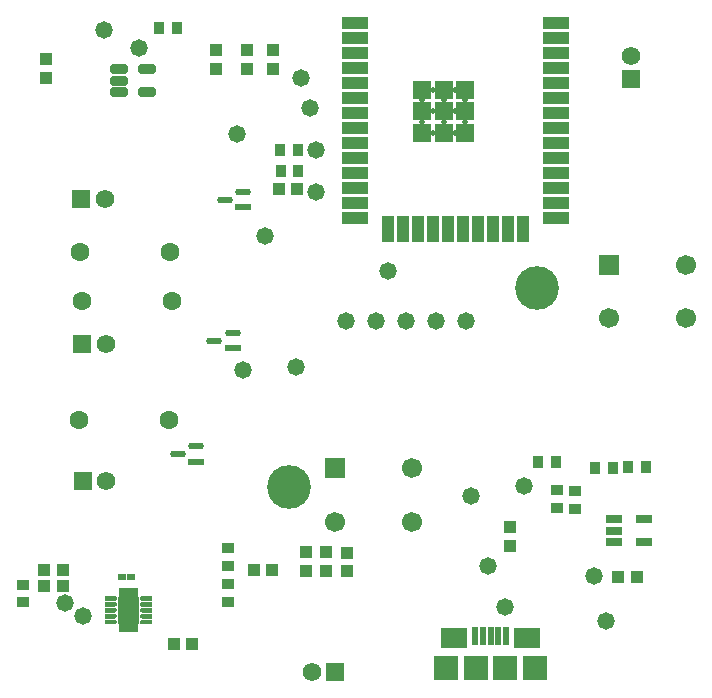
<source format=gts>
G04*
G04 #@! TF.GenerationSoftware,Altium Limited,Altium Designer,20.1.14 (287)*
G04*
G04 Layer_Color=8388736*
%FSLAX44Y44*%
%MOMM*%
G71*
G04*
G04 #@! TF.SameCoordinates,6EDE4AF6-213E-4635-A875-022B84C130C8*
G04*
G04*
G04 #@! TF.FilePolarity,Negative*
G04*
G01*
G75*
%ADD34R,0.6032X1.5532*%
%ADD35R,2.3032X1.8032*%
%ADD36R,2.1032X2.1032*%
%ADD37R,2.0032X2.1032*%
%ADD38R,1.5332X1.5332*%
%ADD39R,2.2032X1.1032*%
%ADD40R,1.1032X2.2032*%
%ADD41R,0.7032X0.4032*%
%ADD42R,0.7032X0.7032*%
%ADD43R,1.0532X1.0532*%
G04:AMPARAMS|DCode=44|XSize=1.5532mm|YSize=0.8032mm|CornerRadius=0.1766mm|HoleSize=0mm|Usage=FLASHONLY|Rotation=0.000|XOffset=0mm|YOffset=0mm|HoleType=Round|Shape=RoundedRectangle|*
%AMROUNDEDRECTD44*
21,1,1.5532,0.4500,0,0,0.0*
21,1,1.2000,0.8032,0,0,0.0*
1,1,0.3532,0.6000,-0.2250*
1,1,0.3532,-0.6000,-0.2250*
1,1,0.3532,-0.6000,0.2250*
1,1,0.3532,0.6000,0.2250*
%
%ADD44ROUNDEDRECTD44*%
%ADD45R,1.4732X0.7620*%
%ADD46R,1.0532X1.0532*%
%ADD47R,0.9032X1.1032*%
%ADD48R,1.3672X0.5390*%
G04:AMPARAMS|DCode=49|XSize=1.3672mm|YSize=0.539mm|CornerRadius=0.2695mm|HoleSize=0mm|Usage=FLASHONLY|Rotation=180.000|XOffset=0mm|YOffset=0mm|HoleType=Round|Shape=RoundedRectangle|*
%AMROUNDEDRECTD49*
21,1,1.3672,0.0000,0,0,180.0*
21,1,0.8281,0.5390,0,0,180.0*
1,1,0.5390,-0.4141,0.0000*
1,1,0.5390,0.4141,0.0000*
1,1,0.5390,0.4141,0.0000*
1,1,0.5390,-0.4141,0.0000*
%
%ADD49ROUNDEDRECTD49*%
%ADD50R,0.7032X0.5032*%
%ADD51R,1.1032X0.9032*%
%ADD52C,0.6032*%
%ADD53C,0.5032*%
%ADD54C,1.5712*%
%ADD55R,1.5712X1.5712*%
%ADD56C,1.7012*%
%ADD57R,1.7012X1.7012*%
%ADD58C,1.6032*%
%ADD59R,1.5712X1.5712*%
%ADD60C,1.4732*%
%ADD61C,3.7032*%
G36*
X141800Y61867D02*
X141910Y61859D01*
X142018Y61844D01*
X142127Y61824D01*
X142233Y61798D01*
X142339Y61767D01*
X142443Y61730D01*
X142544Y61688D01*
X142643Y61641D01*
X142740Y61589D01*
X142834Y61531D01*
X142924Y61469D01*
X143012Y61402D01*
X143095Y61331D01*
X143175Y61255D01*
X143251Y61175D01*
X143322Y61092D01*
X143389Y61004D01*
X143451Y60914D01*
X143509Y60820D01*
X143561Y60723D01*
X143608Y60624D01*
X143651Y60523D01*
X143687Y60419D01*
X143718Y60314D01*
X143744Y60207D01*
X143764Y60099D01*
X143778Y59990D01*
X143787Y59880D01*
X143790Y59770D01*
X143787Y59660D01*
X143778Y59550D01*
X143764Y59441D01*
X143744Y59333D01*
X143718Y59226D01*
X143687Y59121D01*
X143651Y59017D01*
X143608Y58916D01*
X143561Y58817D01*
X143509Y58720D01*
X143451Y58626D01*
X143389Y58536D01*
X143322Y58448D01*
X143251Y58365D01*
X143175Y58285D01*
X143095Y58209D01*
X143012Y58138D01*
X142924Y58071D01*
X142834Y58009D01*
X142740Y57951D01*
X142643Y57899D01*
X142544Y57852D01*
X142443Y57810D01*
X142339Y57773D01*
X142233Y57741D01*
X142127Y57716D01*
X142018Y57696D01*
X141910Y57681D01*
X141800Y57673D01*
X141690Y57670D01*
X133890D01*
Y61870D01*
X141690D01*
X141800Y61867D01*
D02*
G37*
G36*
Y66867D02*
X141910Y66859D01*
X142018Y66844D01*
X142127Y66824D01*
X142233Y66798D01*
X142339Y66767D01*
X142443Y66730D01*
X142544Y66688D01*
X142643Y66641D01*
X142740Y66589D01*
X142834Y66531D01*
X142924Y66469D01*
X143012Y66402D01*
X143095Y66331D01*
X143175Y66255D01*
X143251Y66175D01*
X143322Y66092D01*
X143389Y66004D01*
X143451Y65914D01*
X143509Y65820D01*
X143561Y65723D01*
X143608Y65624D01*
X143651Y65523D01*
X143687Y65419D01*
X143718Y65314D01*
X143744Y65207D01*
X143764Y65099D01*
X143778Y64990D01*
X143787Y64880D01*
X143790Y64770D01*
X143787Y64660D01*
X143778Y64550D01*
X143764Y64441D01*
X143744Y64333D01*
X143718Y64226D01*
X143687Y64121D01*
X143651Y64017D01*
X143608Y63916D01*
X143561Y63817D01*
X143509Y63720D01*
X143451Y63626D01*
X143389Y63536D01*
X143322Y63448D01*
X143251Y63365D01*
X143175Y63285D01*
X143095Y63209D01*
X143012Y63138D01*
X142924Y63071D01*
X142834Y63009D01*
X142740Y62951D01*
X142643Y62899D01*
X142544Y62852D01*
X142443Y62810D01*
X142339Y62773D01*
X142233Y62742D01*
X142127Y62716D01*
X142018Y62696D01*
X141910Y62681D01*
X141800Y62673D01*
X141690Y62670D01*
X133890D01*
Y66870D01*
X141690D01*
X141800Y66867D01*
D02*
G37*
G36*
Y71867D02*
X141910Y71859D01*
X142018Y71844D01*
X142127Y71824D01*
X142233Y71798D01*
X142339Y71767D01*
X142443Y71730D01*
X142544Y71688D01*
X142643Y71641D01*
X142740Y71589D01*
X142834Y71531D01*
X142924Y71469D01*
X143012Y71402D01*
X143095Y71331D01*
X143175Y71255D01*
X143251Y71175D01*
X143322Y71092D01*
X143389Y71004D01*
X143451Y70914D01*
X143509Y70820D01*
X143561Y70723D01*
X143608Y70624D01*
X143651Y70523D01*
X143687Y70419D01*
X143718Y70314D01*
X143744Y70207D01*
X143764Y70099D01*
X143778Y69990D01*
X143787Y69880D01*
X143790Y69770D01*
X143787Y69660D01*
X143778Y69550D01*
X143764Y69441D01*
X143744Y69333D01*
X143718Y69226D01*
X143687Y69121D01*
X143651Y69017D01*
X143608Y68916D01*
X143561Y68817D01*
X143509Y68720D01*
X143451Y68626D01*
X143389Y68536D01*
X143322Y68448D01*
X143251Y68365D01*
X143175Y68285D01*
X143095Y68209D01*
X143012Y68138D01*
X142924Y68071D01*
X142834Y68009D01*
X142740Y67951D01*
X142643Y67899D01*
X142544Y67852D01*
X142443Y67810D01*
X142339Y67773D01*
X142233Y67741D01*
X142127Y67716D01*
X142018Y67696D01*
X141910Y67681D01*
X141800Y67673D01*
X141690Y67670D01*
X133890D01*
Y71870D01*
X141690D01*
X141800Y71867D01*
D02*
G37*
G36*
Y76867D02*
X141910Y76859D01*
X142018Y76844D01*
X142127Y76824D01*
X142233Y76798D01*
X142339Y76767D01*
X142443Y76730D01*
X142544Y76688D01*
X142643Y76641D01*
X142740Y76589D01*
X142834Y76531D01*
X142924Y76469D01*
X143012Y76402D01*
X143095Y76331D01*
X143175Y76255D01*
X143251Y76175D01*
X143322Y76092D01*
X143389Y76004D01*
X143451Y75914D01*
X143509Y75820D01*
X143561Y75723D01*
X143608Y75624D01*
X143651Y75523D01*
X143687Y75419D01*
X143718Y75314D01*
X143744Y75207D01*
X143764Y75099D01*
X143778Y74990D01*
X143787Y74880D01*
X143790Y74770D01*
X143787Y74660D01*
X143778Y74550D01*
X143764Y74441D01*
X143744Y74333D01*
X143718Y74226D01*
X143687Y74121D01*
X143651Y74017D01*
X143608Y73916D01*
X143561Y73817D01*
X143509Y73720D01*
X143451Y73626D01*
X143389Y73536D01*
X143322Y73448D01*
X143251Y73365D01*
X143175Y73285D01*
X143095Y73209D01*
X143012Y73138D01*
X142924Y73071D01*
X142834Y73009D01*
X142740Y72951D01*
X142643Y72899D01*
X142544Y72852D01*
X142443Y72810D01*
X142339Y72773D01*
X142233Y72741D01*
X142127Y72716D01*
X142018Y72696D01*
X141910Y72681D01*
X141800Y72673D01*
X141690Y72670D01*
X133890D01*
Y76870D01*
X141690D01*
X141800Y76867D01*
D02*
G37*
G36*
Y81867D02*
X141910Y81859D01*
X142018Y81844D01*
X142127Y81824D01*
X142233Y81798D01*
X142339Y81767D01*
X142443Y81730D01*
X142544Y81688D01*
X142643Y81641D01*
X142740Y81589D01*
X142834Y81531D01*
X142924Y81469D01*
X143012Y81402D01*
X143095Y81331D01*
X143175Y81255D01*
X143251Y81175D01*
X143322Y81092D01*
X143389Y81004D01*
X143451Y80914D01*
X143509Y80820D01*
X143561Y80723D01*
X143608Y80624D01*
X143651Y80523D01*
X143687Y80419D01*
X143718Y80314D01*
X143744Y80207D01*
X143764Y80098D01*
X143778Y79990D01*
X143787Y79880D01*
X143790Y79770D01*
X143787Y79660D01*
X143778Y79550D01*
X143764Y79441D01*
X143744Y79333D01*
X143718Y79226D01*
X143687Y79121D01*
X143651Y79017D01*
X143608Y78916D01*
X143561Y78817D01*
X143509Y78720D01*
X143451Y78626D01*
X143389Y78536D01*
X143322Y78448D01*
X143251Y78365D01*
X143175Y78285D01*
X143095Y78209D01*
X143012Y78138D01*
X142924Y78071D01*
X142834Y78009D01*
X142740Y77951D01*
X142643Y77899D01*
X142544Y77852D01*
X142443Y77810D01*
X142339Y77773D01*
X142233Y77742D01*
X142127Y77716D01*
X142018Y77696D01*
X141910Y77681D01*
X141800Y77673D01*
X141690Y77670D01*
X133890D01*
Y81870D01*
X141690D01*
X141800Y81867D01*
D02*
G37*
G36*
X161540Y81220D02*
X162790D01*
Y58320D01*
X161540D01*
Y51320D01*
X157640D01*
Y58320D01*
X157540D01*
Y51320D01*
X153640D01*
Y58320D01*
X153540D01*
Y51320D01*
X149640D01*
Y58320D01*
X149540D01*
Y51320D01*
X145640D01*
Y58320D01*
X144390D01*
Y81220D01*
X145640D01*
Y88220D01*
X149540D01*
Y81220D01*
X149640D01*
Y88220D01*
X153540D01*
Y81220D01*
X153640D01*
Y88220D01*
X157540D01*
Y81220D01*
X157640D01*
Y88220D01*
X161540D01*
Y81220D01*
D02*
G37*
G36*
X173290Y77670D02*
X165490D01*
X165380Y77673D01*
X165271Y77681D01*
X165161Y77696D01*
X165053Y77716D01*
X164946Y77742D01*
X164841Y77773D01*
X164737Y77810D01*
X164636Y77852D01*
X164537Y77899D01*
X164440Y77951D01*
X164346Y78009D01*
X164256Y78071D01*
X164168Y78138D01*
X164085Y78209D01*
X164005Y78285D01*
X163929Y78365D01*
X163858Y78448D01*
X163791Y78536D01*
X163729Y78626D01*
X163671Y78720D01*
X163619Y78817D01*
X163572Y78916D01*
X163529Y79017D01*
X163493Y79121D01*
X163461Y79226D01*
X163436Y79333D01*
X163416Y79441D01*
X163402Y79550D01*
X163393Y79660D01*
X163390Y79770D01*
X163393Y79880D01*
X163402Y79990D01*
X163416Y80098D01*
X163436Y80207D01*
X163461Y80314D01*
X163493Y80419D01*
X163529Y80523D01*
X163572Y80624D01*
X163619Y80723D01*
X163671Y80820D01*
X163729Y80914D01*
X163791Y81004D01*
X163858Y81092D01*
X163929Y81175D01*
X164005Y81255D01*
X164085Y81331D01*
X164168Y81402D01*
X164256Y81469D01*
X164346Y81531D01*
X164440Y81589D01*
X164537Y81641D01*
X164636Y81688D01*
X164737Y81730D01*
X164841Y81767D01*
X164946Y81798D01*
X165053Y81824D01*
X165161Y81844D01*
X165271Y81859D01*
X165380Y81867D01*
X165490Y81870D01*
X173290D01*
Y77670D01*
D02*
G37*
G36*
Y72670D02*
X165490D01*
X165380Y72673D01*
X165271Y72681D01*
X165161Y72696D01*
X165053Y72716D01*
X164946Y72741D01*
X164841Y72773D01*
X164737Y72810D01*
X164636Y72852D01*
X164537Y72899D01*
X164440Y72951D01*
X164346Y73009D01*
X164256Y73071D01*
X164168Y73138D01*
X164085Y73209D01*
X164005Y73285D01*
X163929Y73365D01*
X163858Y73448D01*
X163791Y73536D01*
X163729Y73626D01*
X163671Y73720D01*
X163619Y73817D01*
X163572Y73916D01*
X163529Y74017D01*
X163493Y74121D01*
X163461Y74226D01*
X163436Y74333D01*
X163416Y74441D01*
X163402Y74550D01*
X163393Y74660D01*
X163390Y74770D01*
X163393Y74880D01*
X163402Y74990D01*
X163416Y75099D01*
X163436Y75207D01*
X163461Y75314D01*
X163493Y75419D01*
X163529Y75523D01*
X163572Y75624D01*
X163619Y75723D01*
X163671Y75820D01*
X163729Y75914D01*
X163791Y76004D01*
X163858Y76092D01*
X163929Y76175D01*
X164005Y76255D01*
X164085Y76331D01*
X164168Y76402D01*
X164256Y76469D01*
X164346Y76531D01*
X164440Y76589D01*
X164537Y76641D01*
X164636Y76688D01*
X164737Y76730D01*
X164841Y76767D01*
X164946Y76798D01*
X165053Y76824D01*
X165161Y76844D01*
X165271Y76859D01*
X165380Y76867D01*
X165490Y76870D01*
X173290D01*
Y72670D01*
D02*
G37*
G36*
Y67670D02*
X165490D01*
X165380Y67673D01*
X165271Y67681D01*
X165161Y67696D01*
X165053Y67716D01*
X164946Y67741D01*
X164841Y67773D01*
X164737Y67810D01*
X164636Y67852D01*
X164537Y67899D01*
X164440Y67951D01*
X164346Y68009D01*
X164256Y68071D01*
X164168Y68138D01*
X164085Y68209D01*
X164005Y68285D01*
X163929Y68365D01*
X163858Y68448D01*
X163791Y68536D01*
X163729Y68626D01*
X163671Y68720D01*
X163619Y68817D01*
X163572Y68916D01*
X163529Y69017D01*
X163493Y69121D01*
X163461Y69226D01*
X163436Y69333D01*
X163416Y69441D01*
X163402Y69550D01*
X163393Y69660D01*
X163390Y69770D01*
X163393Y69880D01*
X163402Y69990D01*
X163416Y70099D01*
X163436Y70207D01*
X163461Y70314D01*
X163493Y70419D01*
X163529Y70523D01*
X163572Y70624D01*
X163619Y70723D01*
X163671Y70820D01*
X163729Y70914D01*
X163791Y71004D01*
X163858Y71092D01*
X163929Y71175D01*
X164005Y71255D01*
X164085Y71331D01*
X164168Y71402D01*
X164256Y71469D01*
X164346Y71531D01*
X164440Y71589D01*
X164537Y71641D01*
X164636Y71688D01*
X164737Y71730D01*
X164841Y71767D01*
X164946Y71798D01*
X165053Y71824D01*
X165161Y71844D01*
X165271Y71859D01*
X165380Y71867D01*
X165490Y71870D01*
X173290D01*
Y67670D01*
D02*
G37*
G36*
Y62670D02*
X165490D01*
X165380Y62673D01*
X165271Y62681D01*
X165161Y62696D01*
X165053Y62716D01*
X164946Y62742D01*
X164841Y62773D01*
X164737Y62810D01*
X164636Y62852D01*
X164537Y62899D01*
X164440Y62951D01*
X164346Y63009D01*
X164256Y63071D01*
X164168Y63138D01*
X164085Y63209D01*
X164005Y63285D01*
X163929Y63365D01*
X163858Y63448D01*
X163791Y63536D01*
X163729Y63626D01*
X163671Y63720D01*
X163619Y63817D01*
X163572Y63916D01*
X163529Y64017D01*
X163493Y64121D01*
X163461Y64226D01*
X163436Y64333D01*
X163416Y64441D01*
X163402Y64550D01*
X163393Y64660D01*
X163390Y64770D01*
X163393Y64880D01*
X163402Y64990D01*
X163416Y65099D01*
X163436Y65207D01*
X163461Y65314D01*
X163493Y65419D01*
X163529Y65523D01*
X163572Y65624D01*
X163619Y65723D01*
X163671Y65820D01*
X163729Y65914D01*
X163791Y66004D01*
X163858Y66092D01*
X163929Y66175D01*
X164005Y66255D01*
X164085Y66331D01*
X164168Y66402D01*
X164256Y66469D01*
X164346Y66531D01*
X164440Y66589D01*
X164537Y66641D01*
X164636Y66688D01*
X164737Y66730D01*
X164841Y66767D01*
X164946Y66798D01*
X165053Y66824D01*
X165161Y66844D01*
X165271Y66859D01*
X165380Y66867D01*
X165490Y66870D01*
X173290D01*
Y62670D01*
D02*
G37*
G36*
Y57670D02*
X165490D01*
X165380Y57673D01*
X165271Y57681D01*
X165161Y57696D01*
X165053Y57716D01*
X164946Y57741D01*
X164841Y57773D01*
X164737Y57810D01*
X164636Y57852D01*
X164537Y57899D01*
X164440Y57951D01*
X164346Y58009D01*
X164256Y58071D01*
X164168Y58138D01*
X164085Y58209D01*
X164005Y58285D01*
X163929Y58365D01*
X163858Y58448D01*
X163791Y58536D01*
X163729Y58626D01*
X163671Y58720D01*
X163619Y58817D01*
X163572Y58916D01*
X163529Y59017D01*
X163493Y59121D01*
X163461Y59226D01*
X163436Y59333D01*
X163416Y59441D01*
X163402Y59550D01*
X163393Y59660D01*
X163390Y59770D01*
X163393Y59880D01*
X163402Y59990D01*
X163416Y60099D01*
X163436Y60207D01*
X163461Y60314D01*
X163493Y60419D01*
X163529Y60523D01*
X163572Y60624D01*
X163619Y60723D01*
X163671Y60820D01*
X163729Y60914D01*
X163791Y61004D01*
X163858Y61092D01*
X163929Y61175D01*
X164005Y61255D01*
X164085Y61331D01*
X164168Y61402D01*
X164256Y61469D01*
X164346Y61531D01*
X164440Y61589D01*
X164537Y61641D01*
X164636Y61688D01*
X164737Y61730D01*
X164841Y61767D01*
X164946Y61798D01*
X165053Y61824D01*
X165161Y61844D01*
X165271Y61859D01*
X165380Y61867D01*
X165490Y61870D01*
X173290D01*
Y57670D01*
D02*
G37*
D34*
X460186Y47578D02*
D03*
X453686D02*
D03*
X466686D02*
D03*
X447186D02*
D03*
X473186D02*
D03*
D35*
X429186Y46328D02*
D03*
X491186D02*
D03*
D36*
X448186Y20828D02*
D03*
X472186D02*
D03*
D37*
X422186D02*
D03*
X498186D02*
D03*
D38*
X438912Y473840D02*
D03*
X420562D02*
D03*
X402212D02*
D03*
X438912Y492190D02*
D03*
X420562D02*
D03*
X402212D02*
D03*
X438912Y510540D02*
D03*
X420562D02*
D03*
X402212D02*
D03*
D39*
X515562Y567190D02*
D03*
Y554490D02*
D03*
Y541790D02*
D03*
Y529090D02*
D03*
Y516390D02*
D03*
Y503690D02*
D03*
Y490990D02*
D03*
Y478290D02*
D03*
Y465590D02*
D03*
Y452890D02*
D03*
Y440190D02*
D03*
Y427490D02*
D03*
Y414790D02*
D03*
Y402090D02*
D03*
X345562D02*
D03*
Y414790D02*
D03*
Y427490D02*
D03*
Y440190D02*
D03*
Y452890D02*
D03*
Y465590D02*
D03*
Y478290D02*
D03*
Y490990D02*
D03*
Y503690D02*
D03*
Y516390D02*
D03*
Y529090D02*
D03*
Y541790D02*
D03*
Y554490D02*
D03*
Y567190D02*
D03*
D40*
X487712Y392090D02*
D03*
X475012D02*
D03*
X462312D02*
D03*
X449612D02*
D03*
X436912D02*
D03*
X424212D02*
D03*
X411512D02*
D03*
X398812D02*
D03*
X386112D02*
D03*
X373412D02*
D03*
D41*
X138840Y79770D02*
D03*
Y74770D02*
D03*
Y69770D02*
D03*
Y64770D02*
D03*
Y59770D02*
D03*
X168340D02*
D03*
Y64770D02*
D03*
Y69770D02*
D03*
Y74770D02*
D03*
Y79770D02*
D03*
D42*
X153590Y69770D02*
D03*
D43*
X97920Y104140D02*
D03*
X82420D02*
D03*
X97920Y90170D02*
D03*
X82420D02*
D03*
X207812Y41198D02*
D03*
X192312D02*
D03*
X275122Y103428D02*
D03*
X259622D02*
D03*
X583822Y97790D02*
D03*
X568322D02*
D03*
X296548Y426212D02*
D03*
X281048D02*
D03*
D44*
X145630Y527660D02*
D03*
Y518160D02*
D03*
Y508660D02*
D03*
X169330D02*
D03*
Y527660D02*
D03*
D45*
X564388Y146558D02*
D03*
Y137160D02*
D03*
Y127762D02*
D03*
X590296D02*
D03*
Y146558D02*
D03*
D46*
X339000Y118290D02*
D03*
Y102790D02*
D03*
X304202Y103298D02*
D03*
Y118798D02*
D03*
X84074Y536070D02*
D03*
Y520570D02*
D03*
X227584Y528190D02*
D03*
Y543690D02*
D03*
X477012Y124330D02*
D03*
Y139830D02*
D03*
X275844Y528320D02*
D03*
Y543820D02*
D03*
X254254Y528320D02*
D03*
Y543820D02*
D03*
X320712Y118668D02*
D03*
Y103168D02*
D03*
D47*
X297448Y441706D02*
D03*
X282448D02*
D03*
X515500Y195580D02*
D03*
X500500D02*
D03*
X563506Y190246D02*
D03*
X548506D02*
D03*
X591954Y190754D02*
D03*
X576954D02*
D03*
X194444Y562864D02*
D03*
X179444D02*
D03*
X282194Y459486D02*
D03*
X297194D02*
D03*
D48*
X250779Y410822D02*
D03*
X210647Y195430D02*
D03*
X241889Y291442D02*
D03*
D49*
X250779Y423822D02*
D03*
X235377Y417322D02*
D03*
X195245Y201930D02*
D03*
X210647Y208430D02*
D03*
X226487Y297942D02*
D03*
X241889Y304442D02*
D03*
D50*
X155500Y98094D02*
D03*
X148500D02*
D03*
D51*
X238162Y122118D02*
D03*
Y107118D02*
D03*
X238162Y91758D02*
D03*
Y76758D02*
D03*
X64770Y91320D02*
D03*
Y76320D02*
D03*
X516382Y156330D02*
D03*
Y171330D02*
D03*
X531876Y170314D02*
D03*
Y155314D02*
D03*
D52*
X148590Y74770D02*
D03*
X158590D02*
D03*
X148590Y64770D02*
D03*
X153590Y69770D02*
D03*
X158590Y64770D02*
D03*
D53*
X429737Y473840D02*
D03*
X411387D02*
D03*
X438912Y483015D02*
D03*
X420562D02*
D03*
X402212D02*
D03*
X429737Y492190D02*
D03*
X411387D02*
D03*
X438912Y501365D02*
D03*
X420562D02*
D03*
X402212D02*
D03*
X429737Y510540D02*
D03*
X411387D02*
D03*
D54*
X134300Y295148D02*
D03*
X308770Y17360D02*
D03*
X579374Y539176D02*
D03*
X134968Y178982D02*
D03*
X133698Y417742D02*
D03*
D55*
X114300Y295148D02*
D03*
X328770Y17360D02*
D03*
X114968Y178982D02*
D03*
X113698Y417742D02*
D03*
D56*
X393930Y189780D02*
D03*
Y144780D02*
D03*
X328930D02*
D03*
X560324Y316950D02*
D03*
X625324D02*
D03*
Y361950D02*
D03*
D57*
X328930Y189780D02*
D03*
X560324Y361950D02*
D03*
D58*
X113030Y373380D02*
D03*
X189230D02*
D03*
X111760Y231140D02*
D03*
X187960D02*
D03*
X114300Y331470D02*
D03*
X190500D02*
D03*
D59*
X579374Y519176D02*
D03*
D60*
X295148Y275844D02*
D03*
X458216Y106934D02*
D03*
X472186Y72136D02*
D03*
X337566Y314198D02*
D03*
X362966Y314200D02*
D03*
X388370Y314198D02*
D03*
X413770Y314200D02*
D03*
X439170D02*
D03*
X488950Y175260D02*
D03*
X373412Y356870D02*
D03*
X312420Y424180D02*
D03*
X115480Y64820D02*
D03*
X307340Y495300D02*
D03*
X245618Y472948D02*
D03*
X312166Y459232D02*
D03*
X162560Y546100D02*
D03*
X299720Y520700D02*
D03*
X133350Y561340D02*
D03*
X547878Y98806D02*
D03*
X269026Y386334D02*
D03*
X250444Y273050D02*
D03*
X443992Y166370D02*
D03*
X99732Y75488D02*
D03*
X558292Y60960D02*
D03*
D61*
X289306Y173990D02*
D03*
X499364Y342646D02*
D03*
M02*

</source>
